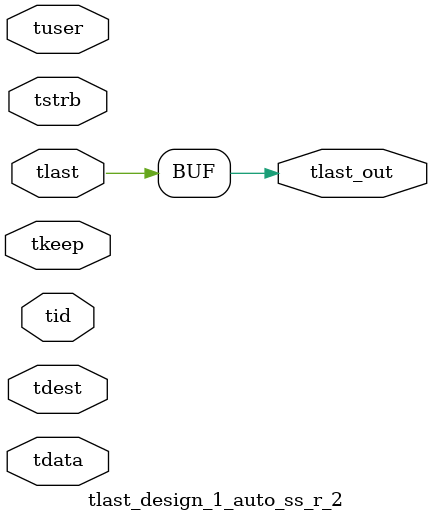
<source format=v>


`timescale 1ps/1ps

module tlast_design_1_auto_ss_r_2 #
(
parameter C_S_AXIS_TID_WIDTH   = 1,
parameter C_S_AXIS_TUSER_WIDTH = 0,
parameter C_S_AXIS_TDATA_WIDTH = 0,
parameter C_S_AXIS_TDEST_WIDTH = 0
)
(
input  [(C_S_AXIS_TID_WIDTH   == 0 ? 1 : C_S_AXIS_TID_WIDTH)-1:0       ] tid,
input  [(C_S_AXIS_TDATA_WIDTH == 0 ? 1 : C_S_AXIS_TDATA_WIDTH)-1:0     ] tdata,
input  [(C_S_AXIS_TUSER_WIDTH == 0 ? 1 : C_S_AXIS_TUSER_WIDTH)-1:0     ] tuser,
input  [(C_S_AXIS_TDEST_WIDTH == 0 ? 1 : C_S_AXIS_TDEST_WIDTH)-1:0     ] tdest,
input  [(C_S_AXIS_TDATA_WIDTH/8)-1:0 ] tkeep,
input  [(C_S_AXIS_TDATA_WIDTH/8)-1:0 ] tstrb,
input  [0:0]                                                             tlast,
output                                                                   tlast_out
);

assign tlast_out = {tlast};

endmodule


</source>
